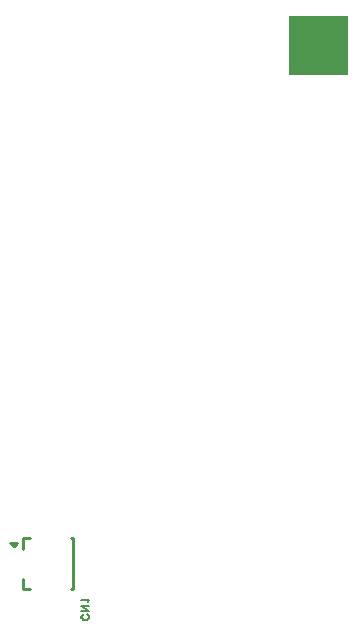
<source format=gbo>
G04 Layer: BottomSilkscreenLayer*
G04 EasyEDA Pro v2.1.64.d1969c9c.217bcf, 2024-11-09 23:40:01*
G04 Gerber Generator version 0.3*
G04 Scale: 100 percent, Rotated: No, Reflected: No*
G04 Dimensions in millimeters*
G04 Leading zeros omitted, absolute positions, 3 integers and 5 decimals*
%FSLAX35Y35*%
%MOMM*%
%ADD10C,0.1524*%
%ADD11C,0.254*%
G75*


G04 Text Start*
G54D10*
G01X-530860Y-4962398D02*
G01X-524510Y-4965446D01*
G01X-518414Y-4971796D01*
G01X-515366Y-4977892D01*
G01Y-4990338D01*
G01X-518414Y-4996434D01*
G01X-524510Y-5002784D01*
G01X-530860Y-5005832D01*
G01X-540004Y-5008880D01*
G01X-555498D01*
G01X-564896Y-5005832D01*
G01X-570992Y-5002784D01*
G01X-577342Y-4996434D01*
G01X-580390Y-4990338D01*
G01Y-4977892D01*
G01X-577342Y-4971796D01*
G01X-570992Y-4965446D01*
G01X-564896Y-4962398D01*
G01X-515366Y-4932172D02*
G01X-580390Y-4932172D01*
G01X-515366Y-4932172D02*
G01X-580390Y-4888992D01*
G01X-515366Y-4888992D02*
G01X-580390Y-4888992D01*
G01X-527812Y-4858766D02*
G01X-524510Y-4852670D01*
G01X-515366Y-4843526D01*
G01X-580390D01*
G04 Text End*

G04 PolygonModel Start*
G54D11*
G01X-1070600Y-4659511D02*
G01X-1070600Y-4673900D01*
G01X-1018718Y-4318902D02*
G01X-1070600Y-4318902D01*
G01X-1070600Y-4318902D02*
G01X-1070600Y-4408284D01*
G01X-672490Y-4748901D02*
G01X-650601Y-4748901D01*
G01X-650601Y-4748901D02*
G01X-650601Y-4318902D01*
G01X-650601Y-4318902D02*
G01X-672490Y-4318902D01*
G01X-1070600Y-4659511D02*
G01X-1070600Y-4748901D01*
G01X-1070600Y-4748901D02*
G01X-1018718Y-4748901D01*
G01X-1183607Y-4354893D02*
G01X-1124671Y-4354947D01*
G01X-1124671Y-4354947D02*
G01X-1124671Y-4356979D01*
G01X-1124671Y-4356979D02*
G01X-1153627Y-4385935D01*
G01X-1153627Y-4385935D02*
G01X-1180551Y-4359011D01*
G01X-1180551Y-4359011D02*
G01X-1184605Y-4354893D01*
G04 PolygonModel End*

G04 Rect Start*
G36*
G01X1176400Y101600D02*
G01X1176400Y-398400D01*
G01X1676400D01*
G01Y101600D01*
G01X1176400D01*
G37*
G04 Rect End*

M02*

</source>
